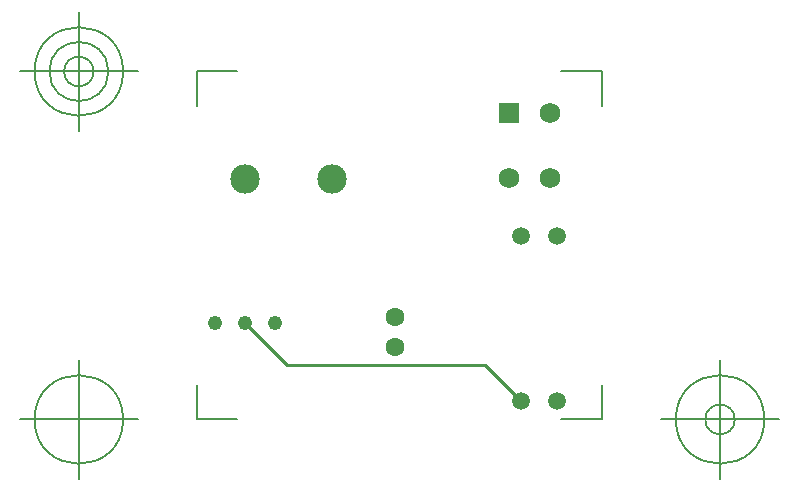
<source format=gbr>
G04 Generated by Ultiboard 14.2 *
%FSLAX24Y24*%
%MOIN*%

%ADD10C,0.0001*%
%ADD11C,0.0100*%
%ADD12C,0.0050*%
%ADD13C,0.0633*%
%ADD14C,0.0490*%
%ADD15C,0.0983*%
%ADD16C,0.0690*%
%ADD17R,0.0690X0.0690*%
%ADD18C,0.0591*%


G04 ColorRGB 0000FF for the following layer *
%LNCopper Bottom*%
%LPD*%
G54D10*
G54D11*
X3800Y-3800D02*
X5000Y-5000D01*
X-4200Y-2400D02*
X-2800Y-3800D01*
X3450Y-3800D01*
X3800Y-3800D01*
G54D12*
X-5800Y-5600D02*
X-5800Y-4440D01*
X-5800Y-5600D02*
X-4450Y-5600D01*
X7700Y-5600D02*
X6350Y-5600D01*
X7700Y-5600D02*
X7700Y-4440D01*
X7700Y6000D02*
X7700Y4840D01*
X7700Y6000D02*
X6350Y6000D01*
X-5800Y6000D02*
X-4450Y6000D01*
X-5800Y6000D02*
X-5800Y4840D01*
X-7769Y-5600D02*
X-11706Y-5600D01*
X-9737Y-7569D02*
X-9737Y-3632D01*
X-11213Y-5600D02*
G75*
D01*
G02X-11213Y-5600I1476J0*
G01*
X9669Y-5600D02*
X13606Y-5600D01*
X11637Y-7569D02*
X11637Y-3632D01*
X10161Y-5600D02*
G75*
D01*
G02X10161Y-5600I1476J0*
G01*
X11145Y-5600D02*
G75*
D01*
G02X11145Y-5600I492J0*
G01*
X-7769Y6000D02*
X-11706Y6000D01*
X-9737Y4031D02*
X-9737Y7969D01*
X-11213Y6000D02*
G75*
D01*
G02X-11213Y6000I1476J0*
G01*
X-10721Y6000D02*
G75*
D01*
G02X-10721Y6000I984J0*
G01*
X-10229Y6000D02*
G75*
D01*
G02X-10229Y6000I492J0*
G01*
G54D13*
X800Y-3200D03*
X800Y-2200D03*
G54D14*
X-5200Y-2400D03*
X-4200Y-2400D03*
X-3200Y-2400D03*
G54D15*
X-4200Y2400D03*
X-1283Y2400D03*
G54D16*
X5978Y2435D03*
X4600Y2435D03*
X5978Y4600D03*
G54D17*
X4600Y4600D03*
G54D18*
X5000Y512D03*
X5000Y-5000D03*
X6200Y512D03*
X6200Y-5000D03*

M02*

</source>
